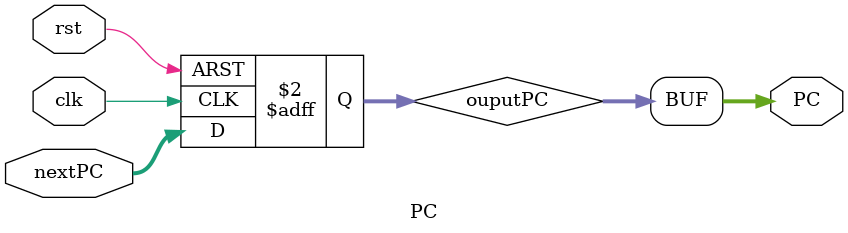
<source format=v>

module PC (
    input wire clk,
    input wire rst,
    input wire [63:0] nextPC,
    output wire [63:0] PC
);

    reg [63:0] ouputPC;

    assign PC = ouputPC;

    always @(posedge clk or posedge rst) begin
        if (rst) begin
            ouputPC <= 64'b0;
        end else if (clk) begin
            ouputPC <= nextPC;
        end
    end



endmodule
</source>
